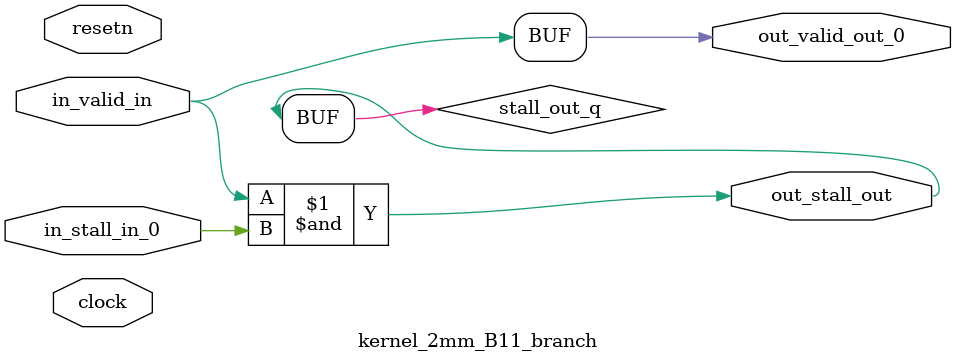
<source format=sv>



(* altera_attribute = "-name AUTO_SHIFT_REGISTER_RECOGNITION OFF; -name MESSAGE_DISABLE 10036; -name MESSAGE_DISABLE 10037; -name MESSAGE_DISABLE 14130; -name MESSAGE_DISABLE 14320; -name MESSAGE_DISABLE 15400; -name MESSAGE_DISABLE 14130; -name MESSAGE_DISABLE 10036; -name MESSAGE_DISABLE 12020; -name MESSAGE_DISABLE 12030; -name MESSAGE_DISABLE 12010; -name MESSAGE_DISABLE 12110; -name MESSAGE_DISABLE 14320; -name MESSAGE_DISABLE 13410; -name MESSAGE_DISABLE 113007; -name MESSAGE_DISABLE 10958" *)
module kernel_2mm_B11_branch (
    input wire [0:0] in_stall_in_0,
    input wire [0:0] in_valid_in,
    output wire [0:0] out_stall_out,
    output wire [0:0] out_valid_out_0,
    input wire clock,
    input wire resetn
    );

    wire [0:0] stall_out_q;


    // stall_out(LOGICAL,6)
    assign stall_out_q = in_valid_in & in_stall_in_0;

    // out_stall_out(GPOUT,4)
    assign out_stall_out = stall_out_q;

    // out_valid_out_0(GPOUT,5)
    assign out_valid_out_0 = in_valid_in;

endmodule

</source>
